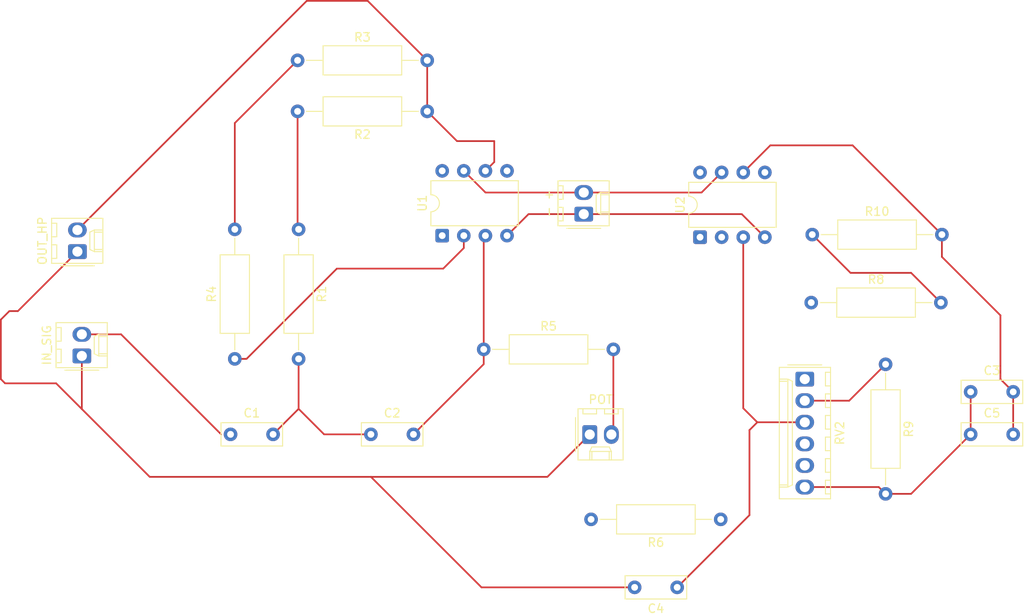
<source format=kicad_pcb>
(kicad_pcb (version 20241229) (generator "pcbnew") (generator_version "9.0")
  (layers (0 "F.Cu" signal) (2 "B.Cu" signal) (13 "F.Paste" user) (15 "B.Paste" user) (5 "F.SilkS" user "F.Silkscreen") (7 "B.SilkS" user "B.Silkscreen") (1 "F.Mask" user) (3 "B.Mask" user) (25 "Edge.Cuts" user))
  (net 0 "")
  (net 1 "Net-(C1-Pad2)")
  (net 2 "signal")
  (net 3 "Net-(U1-+)")
  (net 4 "Net-(R1-Pad1)")
  (net 5 "HP_out")
  (net 6 "Net-(R3-Pad1)")
  (net 7 "Net-(U1--)")
  (net 8 "Net-(R5-Pad2)")
  (net 9 "GND")
  (net 12 "+9V")
  (net 14 "-9V")
  (net 15 "Net-(C3-Pad1)")
  (net 16 "LP_out")
  (net 17 "Net-(U2-+)")
  (net 18 "Net-(R6-Pad1)")
  (net 19 "Net-(U2--)")
  (net 20 "Net-(R10-Pad1)")
  (net 21 "Net-(R9-Pad1)")
  (footprint "Capacitor_THT:C_Rect_L7.0mm_W2.5mm_P5.00mm" (layer "F.Cu") (at 211.5 74)
    (property "Reference" "C5" (at 2.5 -2.5 0) (layer "F.SilkS"))
    (property "Value" "10nF")
    (fp_line (start -1.12 -1.37) (end -1.12 1.37) (stroke (width 0.12)) (layer "F.SilkS"))
    (fp_line (start -1.12 -1.37) (end 6.12 -1.37) (stroke (width 0.12)) (layer "F.SilkS"))
    (fp_line (start -1.12 1.37) (end 6.12 1.37) (stroke (width 0.12)) (layer "F.SilkS"))
    (fp_line (start 6.12 -1.37) (end 6.12 1.37) (stroke (width 0.12)) (layer "F.SilkS"))
    (pad "1" thru_hole circle (at 0 0) (size 1.6 1.6) (drill 0.8) (layers "*.Cu" "*.Mask") (net 15 "Net-(C3-Pad1)"))
    (pad "2" thru_hole circle (at 5 0) (size 1.6 1.6) (drill 0.8) (layers "*.Cu" "*.Mask") (net 16 "LP_out"))
  )
  (footprint "Resistor_THT:R_Axial_DIN0309_L9.0mm_D3.2mm_P15.24mm_Horizontal" (layer "F.Cu") (at 154.26 64)
    (property "Reference" "R5" (at 7.62 -2.72 0) (layer "F.SilkS"))
    (property "Value" "1k")
    (fp_line (start 1.04 0) (end 3 0) (stroke (width 0.12)) (layer "F.SilkS"))
    (fp_line (start 3 -1.72) (end 3 1.72) (stroke (width 0.12)) (layer "F.SilkS"))
    (fp_line (start 3 1.72) (end 12.24 1.72) (stroke (width 0.12)) (layer "F.SilkS"))
    (fp_line (start 12.24 -1.72) (end 3 -1.72) (stroke (width 0.12)) (layer "F.SilkS"))
    (fp_line (start 12.24 1.72) (end 12.24 -1.72) (stroke (width 0.12)) (layer "F.SilkS"))
    (fp_line (start 14.2 0) (end 12.24 0) (stroke (width 0.12)) (layer "F.SilkS"))
    (pad "1" thru_hole circle (at 0 0) (size 1.6 1.6) (drill 0.8) (layers "*.Cu" "*.Mask") (net 3 "Net-(U1-+)"))
    (pad "2" thru_hole oval (at 15.24 0) (size 1.6 1.6) (drill 0.8) (layers "*.Cu" "*.Mask") (net 8 "Net-(R5-Pad2)"))
  )
  (footprint "Capacitor_THT:C_Rect_L7.0mm_W2.5mm_P5.00mm" (layer "F.Cu") (at 124.5 74)
    (property "Reference" "C1" (at 2.5 -2.5 0) (layer "F.SilkS"))
    (property "Value" "10nF")
    (fp_line (start -1.12 -1.37) (end -1.12 1.37) (stroke (width 0.12)) (layer "F.SilkS"))
    (fp_line (start -1.12 -1.37) (end 6.12 -1.37) (stroke (width 0.12)) (layer "F.SilkS"))
    (fp_line (start -1.12 1.37) (end 6.12 1.37) (stroke (width 0.12)) (layer "F.SilkS"))
    (fp_line (start 6.12 -1.37) (end 6.12 1.37) (stroke (width 0.12)) (layer "F.SilkS"))
    (pad "1" thru_hole circle (at 0 0) (size 1.6 1.6) (drill 0.8) (layers "*.Cu" "*.Mask") (net 2 "signal"))
    (pad "2" thru_hole circle (at 5 0) (size 1.6 1.6) (drill 0.8) (layers "*.Cu" "*.Mask") (net 1 "Net-(C1-Pad2)"))
  )
  (footprint "Package_DIP:DIP-8_W7.62mm" (layer "F.Cu") (at 149.38 50.62 90)
    (property "Reference" "U1" (at 3.81 -2.33 90) (layer "F.SilkS"))
    (property "Value" "LM741")
    (fp_line (start 6.46 -1.33) (end 4.81 -1.33) (stroke (width 0.12)) (layer "F.SilkS"))
    (fp_line (start 2.81 -1.33) (end 1.16 -1.33) (stroke (width 0.12)) (layer "F.SilkS"))
    (fp_line (start 1.16 -1.33) (end 1.16 8.95) (stroke (width 0.12)) (layer "F.SilkS"))
    (fp_line (start 6.46 8.95) (end 6.46 -1.33) (stroke (width 0.12)) (layer "F.SilkS"))
    (fp_line (start 1.16 8.95) (end 6.46 8.95) (stroke (width 0.12)) (layer "F.SilkS"))
    (fp_arc (start 4.81 -1.33) (mid 3.81 -0.33) (end 2.81 -1.33) (stroke (width 0.12)) (layer "F.SilkS"))
    (pad "1" thru_hole roundrect (at 0 0 90) (size 1.6 1.6) (drill 0.8) (layers "*.Cu" "*.Mask") (roundrect_rratio 0.15625))
    (pad "2" thru_hole circle (at 0 2.54 90) (size 1.6 1.6) (drill 0.8) (layers "*.Cu" "*.Mask") (net 7 "Net-(U1--)"))
    (pad "3" thru_hole circle (at 0 5.08 90) (size 1.6 1.6) (drill 0.8) (layers "*.Cu" "*.Mask") (net 3 "Net-(U1-+)"))
    (pad "4" thru_hole circle (at 0 7.62 90) (size 1.6 1.6) (drill 0.8) (layers "*.Cu" "*.Mask") (net 14 "-9V"))
    (pad "5" thru_hole circle (at 7.62 7.62 90) (size 1.6 1.6) (drill 0.8) (layers "*.Cu" "*.Mask"))
    (pad "6" thru_hole circle (at 7.62 5.08 90) (size 1.6 1.6) (drill 0.8) (layers "*.Cu" "*.Mask") (net 5 "HP_out"))
    (pad "7" thru_hole circle (at 7.62 2.54 90) (size 1.6 1.6) (drill 0.8) (layers "*.Cu" "*.Mask") (net 12 "+9V"))
    (pad "8" thru_hole circle (at 7.62 0 90) (size 1.6 1.6) (drill 0.8) (layers "*.Cu" "*.Mask"))
  )
  (footprint "Resistor_THT:R_Axial_DIN0309_L9.0mm_D3.2mm_P15.24mm_Horizontal" (layer "F.Cu") (at 192.88 50.5)
    (property "Reference" "R10" (at 7.62 -2.72 0) (layer "F.SilkS"))
    (property "Value" "510")
    (fp_line (start 1.04 0) (end 3 0) (stroke (width 0.12)) (layer "F.SilkS"))
    (fp_line (start 3 -1.72) (end 3 1.72) (stroke (width 0.12)) (layer "F.SilkS"))
    (fp_line (start 3 1.72) (end 12.24 1.72) (stroke (width 0.12)) (layer "F.SilkS"))
    (fp_line (start 12.24 -1.72) (end 3 -1.72) (stroke (width 0.12)) (layer "F.SilkS"))
    (fp_line (start 12.24 1.72) (end 12.24 -1.72) (stroke (width 0.12)) (layer "F.SilkS"))
    (fp_line (start 14.2 0) (end 12.24 0) (stroke (width 0.12)) (layer "F.SilkS"))
    (pad "1" thru_hole circle (at 0 0) (size 1.6 1.6) (drill 0.8) (layers "*.Cu" "*.Mask") (net 20 "Net-(R10-Pad1)"))
    (pad "2" thru_hole oval (at 15.24 0) (size 1.6 1.6) (drill 0.8) (layers "*.Cu" "*.Mask") (net 16 "LP_out"))
  )
  (footprint "Capacitor_THT:C_Rect_L7.0mm_W2.5mm_P5.00mm" (layer "F.Cu") (at 141 74)
    (property "Reference" "C2" (at 2.5 -2.5 0) (layer "F.SilkS"))
    (property "Value" "10nF")
    (fp_line (start -1.12 -1.37) (end -1.12 1.37) (stroke (width 0.12)) (layer "F.SilkS"))
    (fp_line (start -1.12 -1.37) (end 6.12 -1.37) (stroke (width 0.12)) (layer "F.SilkS"))
    (fp_line (start -1.12 1.37) (end 6.12 1.37) (stroke (width 0.12)) (layer "F.SilkS"))
    (fp_line (start 6.12 -1.37) (end 6.12 1.37) (stroke (width 0.12)) (layer "F.SilkS"))
    (pad "1" thru_hole circle (at 0 0) (size 1.6 1.6) (drill 0.8) (layers "*.Cu" "*.Mask") (net 1 "Net-(C1-Pad2)"))
    (pad "2" thru_hole circle (at 5 0) (size 1.6 1.6) (drill 0.8) (layers "*.Cu" "*.Mask") (net 3 "Net-(U1-+)"))
  )
  (footprint "Resistor_THT:R_Axial_DIN0309_L9.0mm_D3.2mm_P15.24mm_Horizontal" (layer "F.Cu") (at 132.38 30)
    (property "Reference" "R3" (at 7.62 -2.72 0) (layer "F.SilkS"))
    (property "Value" "510")
    (fp_line (start 1.04 0) (end 3 0) (stroke (width 0.12)) (layer "F.SilkS"))
    (fp_line (start 3 -1.72) (end 3 1.72) (stroke (width 0.12)) (layer "F.SilkS"))
    (fp_line (start 3 1.72) (end 12.24 1.72) (stroke (width 0.12)) (layer "F.SilkS"))
    (fp_line (start 12.24 -1.72) (end 3 -1.72) (stroke (width 0.12)) (layer "F.SilkS"))
    (fp_line (start 12.24 1.72) (end 12.24 -1.72) (stroke (width 0.12)) (layer "F.SilkS"))
    (fp_line (start 14.2 0) (end 12.24 0) (stroke (width 0.12)) (layer "F.SilkS"))
    (pad "1" thru_hole circle (at 0 0) (size 1.6 1.6) (drill 0.8) (layers "*.Cu" "*.Mask") (net 6 "Net-(R3-Pad1)"))
    (pad "2" thru_hole oval (at 15.24 0) (size 1.6 1.6) (drill 0.8) (layers "*.Cu" "*.Mask") (net 5 "HP_out"))
  )
  (footprint "Resistor_THT:R_Axial_DIN0309_L9.0mm_D3.2mm_P15.24mm_Horizontal" (layer "F.Cu") (at 192.76 58.5)
    (property "Reference" "R8" (at 7.62 -2.72 0) (layer "F.SilkS"))
    (property "Value" "5.1k")
    (fp_line (start 1.04 0) (end 3 0) (stroke (width 0.12)) (layer "F.SilkS"))
    (fp_line (start 3 -1.72) (end 3 1.72) (stroke (width 0.12)) (layer "F.SilkS"))
    (fp_line (start 3 1.72) (end 12.24 1.72) (stroke (width 0.12)) (layer "F.SilkS"))
    (fp_line (start 12.24 -1.72) (end 3 -1.72) (stroke (width 0.12)) (layer "F.SilkS"))
    (fp_line (start 12.24 1.72) (end 12.24 -1.72) (stroke (width 0.12)) (layer "F.SilkS"))
    (fp_line (start 14.2 0) (end 12.24 0) (stroke (width 0.12)) (layer "F.SilkS"))
    (pad "1" thru_hole circle (at 0 0) (size 1.6 1.6) (drill 0.8) (layers "*.Cu" "*.Mask") (net 19 "Net-(U2--)"))
    (pad "2" thru_hole oval (at 15.24 0) (size 1.6 1.6) (drill 0.8) (layers "*.Cu" "*.Mask") (net 20 "Net-(R10-Pad1)"))
  )
  (footprint "Connector_Molex:Molex_KK-254_AE-6410-02A_1x02_P2.54mm_Vertical" (layer "F.Cu") (at 106.5 52.5 90)
    (property "Reference" "OUT_HP" (at 1.27 -4.12 90) (layer "F.SilkS"))
    (property "Value" "10k")
    (fp_line (start 3.92 -3.03) (end -1.38 -3.03) (stroke (width 0.12)) (layer "F.SilkS"))
    (fp_line (start 1.74 -3.03) (end 1.74 -2.43) (stroke (width 0.12)) (layer "F.SilkS"))
    (fp_line (start -0.8 -3.03) (end -0.8 -2.43) (stroke (width 0.12)) (layer "F.SilkS"))
    (fp_line (start -1.38 -3.03) (end -1.38 2.99) (stroke (width 0.12)) (layer "F.SilkS"))
    (fp_line (start 3.34 -2.43) (end 3.34 -3.03) (stroke (width 0.12)) (layer "F.SilkS"))
    (fp_line (start 1.74 -2.43) (end 3.34 -2.43) (stroke (width 0.12)) (layer "F.SilkS"))
    (fp_line (start 0.8 -2.43) (end 0.8 -3.03) (stroke (width 0.12)) (layer "F.SilkS"))
    (fp_line (start -0.8 -2.43) (end 0.8 -2.43) (stroke (width 0.12)) (layer "F.SilkS"))
    (fp_line (start -1.67 -2) (end -1.67 2) (stroke (width 0.12)) (layer "F.SilkS"))
    (fp_line (start 2.29 1.46) (end 2.54 1.99) (stroke (width 0.12)) (layer "F.SilkS"))
    (fp_line (start 0.25 1.46) (end 2.29 1.46) (stroke (width 0.12)) (layer "F.SilkS"))
    (fp_line (start 2.54 1.99) (end 2.54 2.99) (stroke (width 0.12)) (layer "F.SilkS"))
    (fp_line (start 0 1.99) (end 0.25 1.46) (stroke (width 0.12)) (layer "F.SilkS"))
    (fp_line (start 0 1.99) (end 2.54 1.99) (stroke (width 0.12)) (layer "F.SilkS"))
    (fp_line (start 3.92 2.99) (end 3.92 -3.03) (stroke (width 0.12)) (layer "F.SilkS"))
    (fp_line (start 2.29 2.99) (end 2.29 1.99) (stroke (width 0.12)) (layer "F.SilkS"))
    (fp_line (start 0.25 2.99) (end 0.25 1.99) (stroke (width 0.12)) (layer "F.SilkS"))
    (fp_line (start 0 2.99) (end 0 1.99) (stroke (width 0.12)) (layer "F.SilkS"))
    (fp_line (start -1.38 2.99) (end 3.92 2.99) (stroke (width 0.12)) (layer "F.SilkS"))
    (pad "1" thru_hole roundrect (at 0 0 90) (size 1.74 2.19) (drill 1.19) (layers "*.Cu" "*.Mask") (roundrect_rratio 0.143678) (net 9 "GND"))
    (pad "2" thru_hole oval (at 2.54 0 90) (size 1.74 2.19) (drill 1.19) (layers "*.Cu" "*.Mask") (net 5 "HP_out"))
  )
  (footprint "Connector_Molex:Molex_KK-254_AE-6410-02A_1x02_P2.54mm_Vertical" (layer "F.Cu") (at 166.02 48.09 90)
    (property "Reference" "- +" (at 1.27 -4.12 90) (layer "F.SilkS"))
    (property "Value" "10k")
    (fp_line (start 3.92 -3.03) (end -1.38 -3.03) (stroke (width 0.12)) (layer "F.SilkS"))
    (fp_line (start 1.74 -3.03) (end 1.74 -2.43) (stroke (width 0.12)) (layer "F.SilkS"))
    (fp_line (start -0.8 -3.03) (end -0.8 -2.43) (stroke (width 0.12)) (layer "F.SilkS"))
    (fp_line (start -1.38 -3.03) (end -1.38 2.99) (stroke (width 0.12)) (layer "F.SilkS"))
    (fp_line (start 3.34 -2.43) (end 3.34 -3.03) (stroke (width 0.12)) (layer "F.SilkS"))
    (fp_line (start 1.74 -2.43) (end 3.34 -2.43) (stroke (width 0.12)) (layer "F.SilkS"))
    (fp_line (start 0.8 -2.43) (end 0.8 -3.03) (stroke (width 0.12)) (layer "F.SilkS"))
    (fp_line (start -0.8 -2.43) (end 0.8 -2.43) (stroke (width 0.12)) (layer "F.SilkS"))
    (fp_line (start -1.67 -2) (end -1.67 2) (stroke (width 0.12)) (layer "F.SilkS"))
    (fp_line (start 2.29 1.46) (end 2.54 1.99) (stroke (width 0.12)) (layer "F.SilkS"))
    (fp_line (start 0.25 1.46) (end 2.29 1.46) (stroke (width 0.12)) (layer "F.SilkS"))
    (fp_line (start 2.54 1.99) (end 2.54 2.99) (stroke (width 0.12)) (layer "F.SilkS"))
    (fp_line (start 0 1.99) (end 0.25 1.46) (stroke (width 0.12)) (layer "F.SilkS"))
    (fp_line (start 0 1.99) (end 2.54 1.99) (stroke (width 0.12)) (layer "F.SilkS"))
    (fp_line (start 3.92 2.99) (end 3.92 -3.03) (stroke (width 0.12)) (layer "F.SilkS"))
    (fp_line (start 2.29 2.99) (end 2.29 1.99) (stroke (width 0.12)) (layer "F.SilkS"))
    (fp_line (start 0.25 2.99) (end 0.25 1.99) (stroke (width 0.12)) (layer "F.SilkS"))
    (fp_line (start 0 2.99) (end 0 1.99) (stroke (width 0.12)) (layer "F.SilkS"))
    (fp_line (start -1.38 2.99) (end 3.92 2.99) (stroke (width 0.12)) (layer "F.SilkS"))
    (pad "1" thru_hole roundrect (at 0 0 90) (size 1.74 2.19) (drill 1.19) (layers "*.Cu" "*.Mask") (roundrect_rratio 0.143678) (net 14 "-9V"))
    (pad "2" thru_hole oval (at 2.54 0 90) (size 1.74 2.19) (drill 1.19) (layers "*.Cu" "*.Mask") (net 12 "+9V"))
  )
  (footprint "Resistor_THT:R_Axial_DIN0309_L9.0mm_D3.2mm_P15.24mm_Horizontal" (layer "F.Cu") (at 201.5 65.76 -90)
    (property "Reference" "R9" (at 7.62 -2.72 90) (layer "F.SilkS"))
    (property "Value" "470")
    (fp_line (start 3 1.72) (end 12.24 1.72) (stroke (width 0.12)) (layer "F.SilkS"))
    (fp_line (start 12.24 1.72) (end 12.24 -1.72) (stroke (width 0.12)) (layer "F.SilkS"))
    (fp_line (start 1.04 0) (end 3 0) (stroke (width 0.12)) (layer "F.SilkS"))
    (fp_line (start 14.2 0) (end 12.24 0) (stroke (width 0.12)) (layer "F.SilkS"))
    (fp_line (start 3 -1.72) (end 3 1.72) (stroke (width 0.12)) (layer "F.SilkS"))
    (fp_line (start 12.24 -1.72) (end 3 -1.72) (stroke (width 0.12)) (layer "F.SilkS"))
    (pad "1" thru_hole circle (at 0 0 270) (size 1.6 1.6) (drill 0.8) (layers "*.Cu" "*.Mask") (net 21 "Net-(R9-Pad1)"))
    (pad "2" thru_hole oval (at 15.24 0 270) (size 1.6 1.6) (drill 0.8) (layers "*.Cu" "*.Mask") (net 15 "Net-(C3-Pad1)"))
  )
  (footprint "Connector_Molex:Molex_KK-254_AE-6410-02A_1x02_P2.54mm_Vertical" (layer "F.Cu") (at 166.725 74.02)
    (property "Reference" "POT" (at 1.27 -4.12 0) (layer "F.SilkS"))
    (property "Value" "10k")
    (fp_line (start -1.67 -2) (end -1.67 2) (stroke (width 0.12)) (layer "F.SilkS"))
    (fp_line (start -1.38 -3.03) (end -1.38 2.99) (stroke (width 0.12)) (layer "F.SilkS"))
    (fp_line (start -1.38 2.99) (end 3.92 2.99) (stroke (width 0.12)) (layer "F.SilkS"))
    (fp_line (start -0.8 -3.03) (end -0.8 -2.43) (stroke (width 0.12)) (layer "F.SilkS"))
    (fp_line (start -0.8 -2.43) (end 0.8 -2.43) (stroke (width 0.12)) (layer "F.SilkS"))
    (fp_line (start 0 1.99) (end 0.25 1.46) (stroke (width 0.12)) (layer "F.SilkS"))
    (fp_line (start 0 1.99) (end 2.54 1.99) (stroke (width 0.12)) (layer "F.SilkS"))
    (fp_line (start 0 2.99) (end 0 1.99) (stroke (width 0.12)) (layer "F.SilkS"))
    (fp_line (start 0.25 1.46) (end 2.29 1.46) (stroke (width 0.12)) (layer "F.SilkS"))
    (fp_line (start 0.25 2.99) (end 0.25 1.99) (stroke (width 0.12)) (layer "F.SilkS"))
    (fp_line (start 0.8 -2.43) (end 0.8 -3.03) (stroke (width 0.12)) (layer "F.SilkS"))
    (fp_line (start 1.74 -3.03) (end 1.74 -2.43) (stroke (width 0.12)) (layer "F.SilkS"))
    (fp_line (start 1.74 -2.43) (end 3.34 -2.43) (stroke (width 0.12)) (layer "F.SilkS"))
    (fp_line (start 2.29 1.46) (end 2.54 1.99) (stroke (width 0.12)) (layer "F.SilkS"))
    (fp_line (start 2.29 2.99) (end 2.29 1.99) (stroke (width 0.12)) (layer "F.SilkS"))
    (fp_line (start 2.54 1.99) (end 2.54 2.99) (stroke (width 0.12)) (layer "F.SilkS"))
    (fp_line (start 3.34 -2.43) (end 3.34 -3.03) (stroke (width 0.12)) (layer "F.SilkS"))
    (fp_line (start 3.92 -3.03) (end -1.38 -3.03) (stroke (width 0.12)) (layer "F.SilkS"))
    (fp_line (start 3.92 2.99) (end 3.92 -3.03) (stroke (width 0.12)) (layer "F.SilkS"))
    (pad "1" thru_hole roundrect (at 0 0) (size 1.74 2.19) (drill 1.19) (layers "*.Cu" "*.Mask") (roundrect_rratio 0.143678) (net 9 "GND"))
    (pad "2" thru_hole oval (at 2.54 0) (size 1.74 2.19) (drill 1.19) (layers "*.Cu" "*.Mask") (net 8 "Net-(R5-Pad2)"))
  )
  (footprint "Connector_Molex:Molex_KK-254_AE-6410-06A_1x06_P2.54mm_Vertical" (layer "F.Cu") (at 192 67.5 -90)
    (property "Reference" "RV2" (at 6.35 -4.12 90) (layer "F.SilkS"))
    (property "Value" "R_Potentiometer_Dual_Separate")
    (fp_line (start -1.38 2.99) (end 14.08 2.99) (stroke (width 0.12)) (layer "F.SilkS"))
    (fp_line (start 0 2.99) (end 0 1.99) (stroke (width 0.12)) (layer "F.SilkS"))
    (fp_line (start 0.25 2.99) (end 0.25 1.99) (stroke (width 0.12)) (layer "F.SilkS"))
    (fp_line (start 12.45 2.99) (end 12.45 1.99) (stroke (width 0.12)) (layer "F.SilkS"))
    (fp_line (start 14.08 2.99) (end 14.08 -3.03) (stroke (width 0.12)) (layer "F.SilkS"))
    (fp_line (start 0 1.99) (end 12.7 1.99) (stroke (width 0.12)) (layer "F.SilkS"))
    (fp_line (start 0 1.99) (end 0.25 1.46) (stroke (width 0.12)) (layer "F.SilkS"))
    (fp_line (start 12.7 1.99) (end 12.7 2.99) (stroke (width 0.12)) (layer "F.SilkS"))
    (fp_line (start 0.25 1.46) (end 12.45 1.46) (stroke (width 0.12)) (layer "F.SilkS"))
    (fp_line (start 12.45 1.46) (end 12.7 1.99) (stroke (width 0.12)) (layer "F.SilkS"))
    (fp_line (start -1.67 -2) (end -1.67 2) (stroke (width 0.12)) (layer "F.SilkS"))
    (fp_line (start -0.8 -2.43) (end 0.8 -2.43) (stroke (width 0.12)) (layer "F.SilkS"))
    (fp_line (start 0.8 -2.43) (end 0.8 -3.03) (stroke (width 0.12)) (layer "F.SilkS"))
    (fp_line (start 1.74 -2.43) (end 3.34 -2.43) (stroke (width 0.12)) (layer "F.SilkS"))
    (fp_line (start 3.34 -2.43) (end 3.34 -3.03) (stroke (width 0.12)) (layer "F.SilkS"))
    (fp_line (start 4.28 -2.43) (end 5.88 -2.43) (stroke (width 0.12)) (layer "F.SilkS"))
    (fp_line (start 5.88 -2.43) (end 5.88 -3.03) (stroke (width 0.12)) (layer "F.SilkS"))
    (fp_line (start 6.82 -2.43) (end 8.42 -2.43) (stroke (width 0.12)) (layer "F.SilkS"))
    (fp_line (start 8.42 -2.43) (end 8.42 -3.03) (stroke (width 0.12)) (layer "F.SilkS"))
    (fp_line (start 9.36 -2.43) (end 10.96 -2.43) (stroke (width 0.12)) (layer "F.SilkS"))
    (fp_line (start 10.96 -2.43) (end 10.96 -3.03) (stroke (width 0.12)) (layer "F.SilkS"))
    (fp_line (start 11.9 -2.43) (end 13.5 -2.43) (stroke (width 0.12)) (layer "F.SilkS"))
    (fp_line (start 13.5 -2.43) (end 13.5 -3.03) (stroke (width 0.12)) (layer "F.SilkS"))
    (fp_line (start -1.38 -3.03) (end -1.38 2.99) (stroke (width 0.12)) (layer "F.SilkS"))
    (fp_line (start -0.8 -3.03) (end -0.8 -2.43) (stroke (width 0.12)) (layer "F.SilkS"))
    (fp_line (start 1.74 -3.03) (end 1.74 -2.43) (stroke (width 0.12)) (layer "F.SilkS"))
    (fp_line (start 4.28 -3.03) (end 4.28 -2.43) (stroke (width 0.12)) (layer "F.SilkS"))
    (fp_line (start 6.82 -3.03) (end 6.82 -2.43) (stroke (width 0.12)) (layer "F.SilkS"))
    (fp_line (start 9.36 -3.03) (end 9.36 -2.43) (stroke (width 0.12)) (layer "F.SilkS"))
    (fp_line (start 11.9 -3.03) (end 11.9 -2.43) (stroke (width 0.12)) (layer "F.SilkS"))
    (fp_line (start 14.08 -3.03) (end -1.38 -3.03) (stroke (width 0.12)) (layer "F.SilkS"))
    (pad "1" thru_hole roundrect (at 0 0 270) (size 1.74 2.19) (drill 1.19) (layers "*.Cu" "*.Mask") (roundrect_rratio 0.143678))
    (pad "2" thru_hole oval (at 2.54 0 270) (size 1.74 2.19) (drill 1.19) (layers "*.Cu" "*.Mask") (net 21 "Net-(R9-Pad1)"))
    (pad "3" thru_hole oval (at 5.08 0 270) (size 1.74 2.19) (drill 1.19) (layers "*.Cu" "*.Mask") (net 17 "Net-(U2-+)"))
    (pad "4" thru_hole oval (at 7.62 0 270) (size 1.74 2.19) (drill 1.19) (layers "*.Cu" "*.Mask"))
    (pad "5" thru_hole oval (at 10.16 0 270) (size 1.74 2.19) (drill 1.19) (layers "*.Cu" "*.Mask") (net 18 "Net-(R6-Pad1)"))
    (pad "6" thru_hole oval (at 12.7 0 270) (size 1.74 2.19) (drill 1.19) (layers "*.Cu" "*.Mask") (net 15 "Net-(C3-Pad1)"))
  )
  (footprint "Resistor_THT:R_Axial_DIN0309_L9.0mm_D3.2mm_P15.24mm_Horizontal" (layer "F.Cu") (at 132.5 49.88 -90)
    (property "Reference" "R1" (at 7.62 -2.72 90) (layer "F.SilkS"))
    (property "Value" "1k")
    (fp_line (start 3 1.72) (end 12.24 1.72) (stroke (width 0.12)) (layer "F.SilkS"))
    (fp_line (start 12.24 1.72) (end 12.24 -1.72) (stroke (width 0.12)) (layer "F.SilkS"))
    (fp_line (start 1.04 0) (end 3 0) (stroke (width 0.12)) (layer "F.SilkS"))
    (fp_line (start 14.2 0) (end 12.24 0) (stroke (width 0.12)) (layer "F.SilkS"))
    (fp_line (start 3 -1.72) (end 3 1.72) (stroke (width 0.12)) (layer "F.SilkS"))
    (fp_line (start 12.24 -1.72) (end 3 -1.72) (stroke (width 0.12)) (layer "F.SilkS"))
    (pad "1" thru_hole circle (at 0 0 270) (size 1.6 1.6) (drill 0.8) (layers "*.Cu" "*.Mask") (net 4 "Net-(R1-Pad1)"))
    (pad "2" thru_hole oval (at 15.24 0 270) (size 1.6 1.6) (drill 0.8) (layers "*.Cu" "*.Mask") (net 1 "Net-(C1-Pad2)"))
  )
  (footprint "Package_DIP:DIP-8_W7.62mm" (layer "F.Cu") (at 179.69 50.805 90)
    (property "Reference" "U2" (at 3.81 -2.33 90) (layer "F.SilkS"))
    (property "Value" "LM741" (hide yes))
    (fp_line (start 6.46 -1.33) (end 4.81 -1.33) (stroke (width 0.12)) (layer "F.SilkS"))
    (fp_line (start 2.81 -1.33) (end 1.16 -1.33) (stroke (width 0.12)) (layer "F.SilkS"))
    (fp_line (start 1.16 -1.33) (end 1.16 8.95) (stroke (width 0.12)) (layer "F.SilkS"))
    (fp_line (start 6.46 8.95) (end 6.46 -1.33) (stroke (width 0.12)) (layer "F.SilkS"))
    (fp_line (start 1.16 8.95) (end 6.46 8.95) (stroke (width 0.12)) (layer "F.SilkS"))
    (fp_arc (start 4.81 -1.33) (mid 3.81 -0.33) (end 2.81 -1.33) (stroke (width 0.12)) (layer "F.SilkS"))
    (pad "1" thru_hole roundrect (at 0 0 90) (size 1.6 1.6) (drill 0.8) (layers "*.Cu" "*.Mask") (roundrect_rratio 0.15625))
    (pad "2" thru_hole circle (at 0 2.54 90) (size 1.6 1.6) (drill 0.8) (layers "*.Cu" "*.Mask") (net 19 "Net-(U2--)"))
    (pad "3" thru_hole circle (at 0 5.08 90) (size 1.6 1.6) (drill 0.8) (layers "*.Cu" "*.Mask") (net 17 "Net-(U2-+)"))
    (pad "4" thru_hole circle (at 0 7.62 90) (size 1.6 1.6) (drill 0.8) (layers "*.Cu" "*.Mask") (net 14 "-9V"))
    (pad "5" thru_hole circle (at 7.62 7.62 90) (size 1.6 1.6) (drill 0.8) (layers "*.Cu" "*.Mask"))
    (pad "6" thru_hole circle (at 7.62 5.08 90) (size 1.6 1.6) (drill 0.8) (layers "*.Cu" "*.Mask") (net 16 "LP_out"))
    (pad "7" thru_hole circle (at 7.62 2.54 90) (size 1.6 1.6) (drill 0.8) (layers "*.Cu" "*.Mask") (net 12 "+9V"))
    (pad "8" thru_hole circle (at 7.62 0 90) (size 1.6 1.6) (drill 0.8) (layers "*.Cu" "*.Mask"))
  )
  (footprint "Resistor_THT:R_Axial_DIN0309_L9.0mm_D3.2mm_P15.24mm_Horizontal" (layer "F.Cu") (at 147.62 36 180)
    (property "Reference" "R2" (at 7.62 -2.72 0) (layer "F.SilkS"))
    (property "Value" "470")
    (fp_line (start 14.2 0) (end 12.24 0) (stroke (width 0.12)) (layer "F.SilkS"))
    (fp_line (start 12.24 1.72) (end 12.24 -1.72) (stroke (width 0.12)) (layer "F.SilkS"))
    (fp_line (start 12.24 -1.72) (end 3 -1.72) (stroke (width 0.12)) (layer "F.SilkS"))
    (fp_line (start 3 1.72) (end 12.24 1.72) (stroke (width 0.12)) (layer "F.SilkS"))
    (fp_line (start 3 -1.72) (end 3 1.72) (stroke (width 0.12)) (layer "F.SilkS"))
    (fp_line (start 1.04 0) (end 3 0) (stroke (width 0.12)) (layer "F.SilkS"))
    (pad "1" thru_hole circle (at 0 0 180) (size 1.6 1.6) (drill 0.8) (layers "*.Cu" "*.Mask") (net 5 "HP_out"))
    (pad "2" thru_hole oval (at 15.24 0 180) (size 1.6 1.6) (drill 0.8) (layers "*.Cu" "*.Mask") (net 4 "Net-(R1-Pad1)"))
  )
  (footprint "Resistor_THT:R_Axial_DIN0309_L9.0mm_D3.2mm_P15.24mm_Horizontal" (layer "F.Cu") (at 182.12 84 180)
    (property "Reference" "R6" (at 7.62 -2.72 0) (layer "F.SilkS"))
    (property "Value" "1k")
    (fp_line (start 14.2 0) (end 12.24 0) (stroke (width 0.12)) (layer "F.SilkS"))
    (fp_line (start 12.24 1.72) (end 12.24 -1.72) (stroke (width 0.12)) (layer "F.SilkS"))
    (fp_line (start 12.24 -1.72) (end 3 -1.72) (stroke (width 0.12)) (layer "F.SilkS"))
    (fp_line (start 3 1.72) (end 12.24 1.72) (stroke (width 0.12)) (layer "F.SilkS"))
    (fp_line (start 3 -1.72) (end 3 1.72) (stroke (width 0.12)) (layer "F.SilkS"))
    (fp_line (start 1.04 0) (end 3 0) (stroke (width 0.12)) (layer "F.SilkS"))
    (pad "1" thru_hole circle (at 0 0 180) (size 1.6 1.6) (drill 0.8) (layers "*.Cu" "*.Mask") (net 18 "Net-(R6-Pad1)"))
    (pad "2" thru_hole oval (at 15.24 0 180) (size 1.6 1.6) (drill 0.8) (layers "*.Cu" "*.Mask") (net 2 "signal"))
  )
  (footprint "Capacitor_THT:C_Rect_L7.0mm_W2.5mm_P5.00mm" (layer "F.Cu") (at 211.5 69)
    (property "Reference" "C3" (at 2.5 -2.5 0) (layer "F.SilkS"))
    (property "Value" "10nF")
    (fp_line (start -1.12 -1.37) (end -1.12 1.37) (stroke (width 0.12)) (layer "F.SilkS"))
    (fp_line (start -1.12 -1.37) (end 6.12 -1.37) (stroke (width 0.12)) (layer "F.SilkS"))
    (fp_line (start -1.12 1.37) (end 6.12 1.37) (stroke (width 0.12)) (layer "F.SilkS"))
    (fp_line (start 6.12 -1.37) (end 6.12 1.37) (stroke (width 0.12)) (layer "F.SilkS"))
    (pad "1" thru_hole circle (at 0 0) (size 1.6 1.6) (drill 0.8) (layers "*.Cu" "*.Mask") (net 15 "Net-(C3-Pad1)"))
    (pad "2" thru_hole circle (at 5 0) (size 1.6 1.6) (drill 0.8) (layers "*.Cu" "*.Mask") (net 16 "LP_out"))
  )
  (footprint "Connector_Molex:Molex_KK-254_AE-6410-02A_1x02_P2.54mm_Vertical" (layer "F.Cu") (at 107.02 64.775 90)
    (property "Reference" "IN_SIG" (at 1.27 -4.12 90) (layer "F.SilkS"))
    (property "Value" "10k")
    (fp_line (start 3.92 -3.03) (end -1.38 -3.03) (stroke (width 0.12)) (layer "F.SilkS"))
    (fp_line (start 1.74 -3.03) (end 1.74 -2.43) (stroke (width 0.12)) (layer "F.SilkS"))
    (fp_line (start -0.8 -3.03) (end -0.8 -2.43) (stroke (width 0.12)) (layer "F.SilkS"))
    (fp_line (start -1.38 -3.03) (end -1.38 2.99) (stroke (width 0.12)) (layer "F.SilkS"))
    (fp_line (start 3.34 -2.43) (end 3.34 -3.03) (stroke (width 0.12)) (layer "F.SilkS"))
    (fp_line (start 1.74 -2.43) (end 3.34 -2.43) (stroke (width 0.12)) (layer "F.SilkS"))
    (fp_line (start 0.8 -2.43) (end 0.8 -3.03) (stroke (width 0.12)) (layer "F.SilkS"))
    (fp_line (start -0.8 -2.43) (end 0.8 -2.43) (stroke (width 0.12)) (layer "F.SilkS"))
    (fp_line (start -1.67 -2) (end -1.67 2) (stroke (width 0.12)) (layer "F.SilkS"))
    (fp_line (start 2.29 1.46) (end 2.54 1.99) (stroke (width 0.12)) (layer "F.SilkS"))
    (fp_line (start 0.25 1.46) (end 2.29 1.46) (stroke (width 0.12)) (layer "F.SilkS"))
    (fp_line (start 2.54 1.99) (end 2.54 2.99) (stroke (width 0.12)) (layer "F.SilkS"))
    (fp_line (start 0 1.99) (end 0.25 1.46) (stroke (width 0.12)) (layer "F.SilkS"))
    (fp_line (start 0 1.99) (end 2.54 1.99) (stroke (width 0.12)) (layer "F.SilkS"))
    (fp_line (start 3.92 2.99) (end 3.92 -3.03) (stroke (width 0.12)) (layer "F.SilkS"))
    (fp_line (start 2.29 2.99) (end 2.29 1.99) (stroke (width 0.12)) (layer "F.SilkS"))
    (fp_line (start 0.25 2.99) (end 0.25 1.99) (stroke (width 0.12)) (layer "F.SilkS"))
    (fp_line (start 0 2.99) (end 0 1.99) (stroke (width 0.12)) (layer "F.SilkS"))
    (fp_line (start -1.38 2.99) (end 3.92 2.99) (stroke (width 0.12)) (layer "F.SilkS"))
    (pad "1" thru_hole roundrect (at 0 0 90) (size 1.74 2.19) (drill 1.19) (layers "*.Cu" "*.Mask") (roundrect_rratio 0.143678) (net 9 "GND"))
    (pad "2" thru_hole oval (at 2.54 0 90) (size 1.74 2.19) (drill 1.19) (layers "*.Cu" "*.Mask"))
  )
  (footprint "Capacitor_THT:C_Rect_L7.0mm_W2.5mm_P5.00mm" (layer "F.Cu") (at 177 92 180)
    (property "Reference" "C4" (at 2.5 -2.5 0) (layer "F.SilkS"))
    (property "Value" "10nF")
    (fp_line (start 6.12 -1.37) (end 6.12 1.37) (stroke (width 0.12)) (layer "F.SilkS"))
    (fp_line (start -1.12 1.37) (end 6.12 1.37) (stroke (width 0.12)) (layer "F.SilkS"))
    (fp_line (start -1.12 -1.37) (end 6.12 -1.37) (stroke (width 0.12)) (layer "F.SilkS"))
    (fp_line (start -1.12 -1.37) (end -1.12 1.37) (stroke (width 0.12)) (layer "F.SilkS"))
    (pad "1" thru_hole circle (at 0 0 180) (size 1.6 1.6) (drill 0.8) (layers "*.Cu" "*.Mask") (net 17 "Net-(U2-+)"))
    (pad "2" thru_hole circle (at 5 0 180) (size 1.6 1.6) (drill 0.8) (layers "*.Cu" "*.Mask") (net 9 "GND"))
  )
  (footprint "Resistor_THT:R_Axial_DIN0309_L9.0mm_D3.2mm_P15.24mm_Horizontal" (layer "F.Cu") (at 125 65.12 90)
    (property "Reference" "R4" (at 7.62 -2.72 90) (layer "F.SilkS"))
    (property "Value" "5.1k")
    (fp_line (start 12.24 -1.72) (end 3 -1.72) (stroke (width 0.12)) (layer "F.SilkS"))
    (fp_line (start 3 -1.72) (end 3 1.72) (stroke (width 0.12)) (layer "F.SilkS"))
    (fp_line (start 14.2 0) (end 12.24 0) (stroke (width 0.12)) (layer "F.SilkS"))
    (fp_line (start 1.04 0) (end 3 0) (stroke (width 0.12)) (layer "F.SilkS"))
    (fp_line (start 12.24 1.72) (end 12.24 -1.72) (stroke (width 0.12)) (layer "F.SilkS"))
    (fp_line (start 3 1.72) (end 12.24 1.72) (stroke (width 0.12)) (layer "F.SilkS"))
    (pad "1" thru_hole circle (at 0 0 90) (size 1.6 1.6) (drill 0.8) (layers "*.Cu" "*.Mask") (net 7 "Net-(U1--)"))
    (pad "2" thru_hole oval (at 15.24 0 90) (size 1.6 1.6) (drill 0.8) (layers "*.Cu" "*.Mask") (net 6 "Net-(R3-Pad1)"))
  )
  (segment (start 107.02 62.235) (end 111.634 62.235) (width 0.2) (layer "F.Cu") (net 0))
  (segment (start 111.634 62.235) (end 123.399 74) (width 0.2) (layer "F.Cu") (net 0))
  (segment (start 132.5 71) (end 129.5 74) (width 0.2) (layer "F.Cu") (net 1))
  (segment (start 135.5 74) (end 132.5 71) (width 0.2) (layer "F.Cu") (net 1))
  (segment (start 141 74) (end 135.5 74) (width 0.2) (layer "F.Cu") (net 1))
  (segment (start 132.5 65.12) (end 132.5 71) (width 0.2) (layer "F.Cu") (net 1))
  (segment (start 154.26 50.82) (end 154.46 50.62) (width 0.2) (layer "F.Cu") (net 3))
  (segment (start 154.26 65.74) (end 154.26 64) (width 0.2) (layer "F.Cu") (net 3))
  (segment (start 154.26 64) (end 154.26 50.82) (width 0.2) (layer "F.Cu") (net 3))
  (segment (start 146 74) (end 154.26 65.74) (width 0.2) (layer "F.Cu") (net 3))
  (segment (start 132.38 49.76) (end 132.5 49.88) (width 0.2) (layer "F.Cu") (net 4))
  (segment (start 132.38 36) (end 132.38 49.76) (width 0.2) (layer "F.Cu") (net 4))
  (segment (start 155.5 39.5) (end 155.5 41.96) (width 0.2) (layer "F.Cu") (net 5))
  (segment (start 147.62 30) (end 147.62 36) (width 0.2) (layer "F.Cu") (net 5))
  (segment (start 155.5 41.96) (end 154.46 43) (width 0.2) (layer "F.Cu") (net 5))
  (segment (start 151.12 39.5) (end 155.5 39.5) (width 0.2) (layer "F.Cu") (net 5))
  (segment (start 133.46 23) (end 140.62 23) (width 0.2) (layer "F.Cu") (net 5))
  (segment (start 147.62 36) (end 151.12 39.5) (width 0.2) (layer "F.Cu") (net 5))
  (segment (start 140.62 23) (end 147.62 30) (width 0.2) (layer "F.Cu") (net 5))
  (segment (start 106.5 49.96) (end 133.46 23) (width 0.2) (layer "F.Cu") (net 5))
  (segment (start 125 49.88) (end 125 37.38) (width 0.2) (layer "F.Cu") (net 6))
  (segment (start 125 37.38) (end 132.38 30) (width 0.2) (layer "F.Cu") (net 6))
  (segment (start 151.92 52.08) (end 151.92 50.62) (width 0.2) (layer "F.Cu") (net 7))
  (segment (start 137 54.5) (end 149.5 54.5) (width 0.2) (layer "F.Cu") (net 7))
  (segment (start 126.38 65.12) (end 137 54.5) (width 0.2) (layer "F.Cu") (net 7))
  (segment (start 125 65.12) (end 126.38 65.12) (width 0.2) (layer "F.Cu") (net 7))
  (segment (start 149.5 54.5) (end 151.92 52.08) (width 0.2) (layer "F.Cu") (net 7))
  (segment (start 169.5 73.785) (end 169.265 74.02) (width 0.2) (layer "F.Cu") (net 8))
  (segment (start 169.5 64) (end 169.5 73.785) (width 0.2) (layer "F.Cu") (net 8))
  (segment (start 141 79) (end 161.745 79) (width 0.2) (layer "F.Cu") (net 9))
  (segment (start 115 79) (end 141 79) (width 0.2) (layer "F.Cu") (net 9))
  (segment (start 172 92) (end 154 92) (width 0.2) (layer "F.Cu") (net 9))
  (segment (start 107.02 71.02) (end 115 79) (width 0.2) (layer "F.Cu") (net 9))
  (segment (start 107.02 64.775) (end 107.02 71.02) (width 0.2) (layer "F.Cu") (net 9))
  (segment (start 98 68) (end 104 68) (width 0.2) (layer "F.Cu") (net 9))
  (segment (start 97.5 60.5) (end 97.5 67.5) (width 0.2) (layer "F.Cu") (net 9))
  (segment (start 106.5 52.5) (end 99.5 59.5) (width 0.2) (layer "F.Cu") (net 9))
  (segment (start 161.745 79) (end 166.725 74.02) (width 0.2) (layer "F.Cu") (net 9))
  (segment (start 104 68) (end 107.02 71.02) (width 0.2) (layer "F.Cu") (net 9))
  (segment (start 99.5 59.5) (end 98.5 59.5) (width 0.2) (layer "F.Cu") (net 9))
  (segment (start 98.5 59.5) (end 97.5 60.5) (width 0.2) (layer "F.Cu") (net 9))
  (segment (start 154 92) (end 141 79) (width 0.2) (layer "F.Cu") (net 9))
  (segment (start 97.5 67.5) (end 98 68) (width 0.2) (layer "F.Cu") (net 9))
  (segment (start 154.47 45.55) (end 151.92 43) (width 0.2) (layer "F.Cu") (net 12))
  (segment (start 166.02 45.55) (end 154.47 45.55) (width 0.2) (layer "F.Cu") (net 12))
  (segment (start 166.02 45.55) (end 179.865 45.55) (width 0.2) (layer "F.Cu") (net 12))
  (segment (start 179.865 45.55) (end 182.23 43.185) (width 0.2) (layer "F.Cu") (net 12))
  (segment (start 166.02 48.09) (end 184.595 48.09) (width 0.2) (layer "F.Cu") (net 14))
  (segment (start 184.595 48.09) (end 187.31 50.805) (width 0.2) (layer "F.Cu") (net 14))
  (segment (start 166.02 48.09) (end 159.53 48.09) (width 0.2) (layer "F.Cu") (net 14))
  (segment (start 159.53 48.09) (end 157 50.62) (width 0.2) (layer "F.Cu") (net 14))
  (segment (start 211.5 74) (end 204.5 81) (width 0.2) (layer "F.Cu") (net 15))
  (segment (start 200.7 80.2) (end 201.5 81) (width 0.2) (layer "F.Cu") (net 15))
  (segment (start 204.5 81) (end 201.5 81) (width 0.2) (layer "F.Cu") (net 15))
  (segment (start 211.5 69) (end 211.5 74) (width 0.2) (layer "F.Cu") (net 15))
  (segment (start 192 80.2) (end 200.7 80.2) (width 0.2) (layer "F.Cu") (net 15))
  (segment (start 215 67.5) (end 216.5 69) (width 0.2) (layer "F.Cu") (net 16))
  (segment (start 197.62 40) (end 208.12 50.5) (width 0.2) (layer "F.Cu") (net 16))
  (segment (start 216.5 69) (end 216.5 74) (width 0.2) (layer "F.Cu") (net 16))
  (segment (start 184.77 43.185) (end 187.955 40) (width 0.2) (layer "F.Cu") (net 16))
  (segment (start 215 60) (end 215 67.5) (width 0.2) (layer "F.Cu") (net 16))
  (segment (start 208.12 50.5) (end 208.12 53.12) (width 0.2) (layer "F.Cu") (net 16))
  (segment (start 187.955 40) (end 197.62 40) (width 0.2) (layer "F.Cu") (net 16))
  (segment (start 208.12 53.12) (end 215 60) (width 0.2) (layer "F.Cu") (net 16))
  (segment (start 185.5 73.5) (end 186.42 72.58) (width 0.2) (layer "F.Cu") (net 17))
  (segment (start 185.5 83.5) (end 185.5 73.5) (width 0.2) (layer "F.Cu") (net 17))
  (segment (start 186.42 72.58) (end 192 72.58) (width 0.2) (layer "F.Cu") (net 17))
  (segment (start 184.77 70.93) (end 186.42 72.58) (width 0.2) (layer "F.Cu") (net 17))
  (segment (start 177 92) (end 185.5 83.5) (width 0.2) (layer "F.Cu") (net 17))
  (segment (start 184.77 50.805) (end 184.77 70.93) (width 0.2) (layer "F.Cu") (net 17))
  (segment (start 197.38 55) (end 204.5 55) (width 0.2) (layer "F.Cu") (net 20))
  (segment (start 204.5 55) (end 208 58.5) (width 0.2) (layer "F.Cu") (net 20))
  (segment (start 192.88 50.5) (end 197.38 55) (width 0.2) (layer "F.Cu") (net 20))
  (segment (start 201.5 65.76) (end 197.22 70.04) (width 0.2) (layer "F.Cu") (net 21))
  (segment (start 197.22 70.04) (end 192 70.04) (width 0.2) (layer "F.Cu") (net 21))
)
</source>
